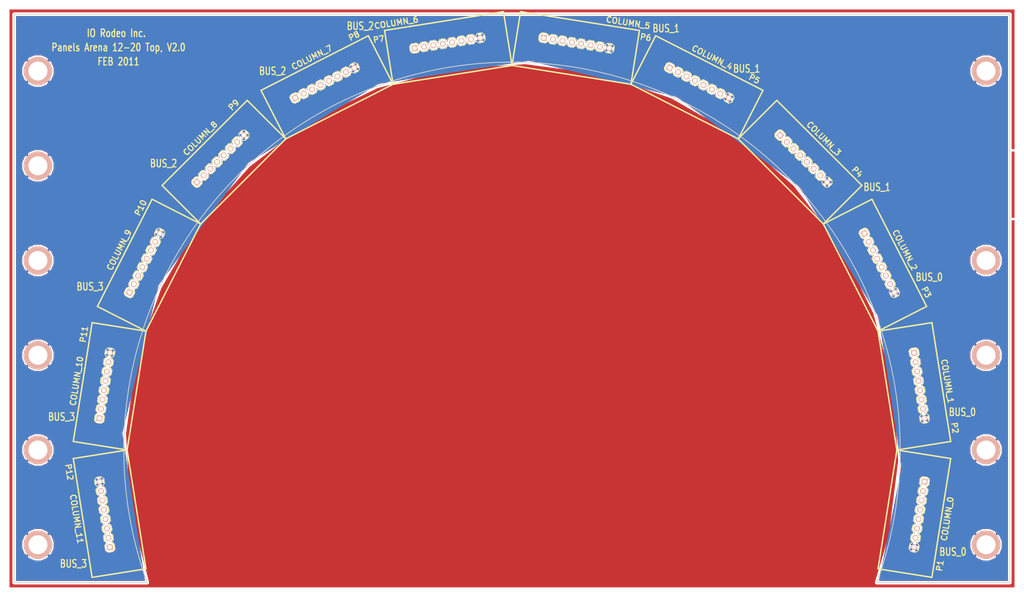
<source format=kicad_pcb>
(kicad_pcb (version 20171130) (host pcbnew 5.1.10)
  (title_block (title "Panels Arena 12-20 Top") (date "9 feb 2011") (rev 2.0))
  (layers (0 Front signal) (31 Back signal) (34 B.Paste user) (35 F.Paste user) (36 B.SilkS user) (37 F.SilkS user) (38 B.Mask user) (39 F.Mask user) (44 Edge.Cuts user))
  (net 0 "")
  (net 1 GND)
  (module MountingHole (layer Front) (at 274.32 35.56)
    (fp_text reference P24 hide)
    (fp_text value CONN_1 hide)
    (pad 1 thru_hole circle (at 0 0) (size 7.62 7.62) (drill 5.08) (layers *.Cu *.SilkS *.Mask) (net 1 GND))
  )
  (module MountingHole (layer Front) (at 274.32 86.36)
    (fp_text reference P25 hide)
    (fp_text value CONN_1 hide)
    (pad 1 thru_hole circle (at 0 0) (size 7.62 7.62) (drill 5.08) (layers *.Cu *.SilkS *.Mask) (net 1 GND))
  )
  (module MountingHole (layer Front) (at 274.32 111.76)
    (fp_text reference P26 hide)
    (fp_text value CONN_1 hide)
    (pad 1 thru_hole circle (at 0 0) (size 7.62 7.62) (drill 5.08) (layers *.Cu *.SilkS *.Mask) (net 1 GND))
  )
  (module MountingHole (layer Front) (at 274.32 137.16)
    (fp_text reference P27 hide)
    (fp_text value CONN_1 hide)
    (pad 1 thru_hole circle (at 0 0) (size 7.62 7.62) (drill 5.08) (layers *.Cu *.SilkS *.Mask) (net 1 GND))
  )
  (module MountingHole (layer Front) (at 274.32 162.56)
    (fp_text reference P28 hide)
    (fp_text value CONN_1 hide)
    (pad 1 thru_hole circle (at 0 0) (size 7.62 7.62) (drill 5.08) (layers *.Cu *.SilkS *.Mask) (net 1 GND))
  )
  (module MountingHole (layer Front) (at 20.32 86.36)
    (fp_text reference P20 hide)
    (fp_text value CONN_1 hide)
    (pad 1 thru_hole circle (at 0 0) (size 7.62 7.62) (drill 5.08) (layers *.Cu *.SilkS *.Mask) (net 1 GND))
  )
  (module MountingHole (layer Front) (at 20.32 35.56)
    (fp_text reference P18 hide)
    (fp_text value CONN_1 hide)
    (pad 1 thru_hole circle (at 0 0) (size 7.62 7.62) (drill 5.08) (layers *.Cu *.SilkS *.Mask) (net 1 GND))
  )
  (module MountingHole (layer Front) (at 20.32 111.76)
    (fp_text reference P21 hide)
    (fp_text value CONN_1 hide)
    (pad 1 thru_hole circle (at 0 0) (size 7.62 7.62) (drill 5.08) (layers *.Cu *.SilkS *.Mask) (net 1 GND))
  )
  (module MountingHole (layer Front) (at 20.32 60.96)
    (fp_text reference P19 hide)
    (fp_text value CONN_1 hide)
    (pad 1 thru_hole circle (at 0 0) (size 7.62 7.62) (drill 5.08) (layers *.Cu *.SilkS *.Mask) (net 1 GND))
  )
  (module MountingHole (layer Front) (at 20.32 137.16)
    (fp_text reference P22 hide)
    (fp_text value CONN_1 hide)
    (pad 1 thru_hole circle (at 0 0) (size 7.62 7.62) (drill 5.08) (layers *.Cu *.SilkS *.Mask) (net 1 GND))
  )
  (module MountingHole (layer Front) (at 20.32 162.56)
    (fp_text reference P23 hide)
    (fp_text value CONN_1 hide)
    (pad 1 thru_hole circle (at 0 0) (size 7.62 7.62) (drill 5.08) (layers *.Cu *.SilkS *.Mask) (net 1 GND))
  )
  (module JFRC_1X08 (layer Front) (at 38.20922 154.44216 99)
    (fp_text reference P12 (at 12.7 -7.62 99) (layer F.SilkS) (effects (font (size 1.524 1.524) (thickness 0.3048))))
    (fp_text value COLUMN_11 (at 0 -7.62 99) (layer F.SilkS) (effects (font (size 1.524 1.524) (thickness 0.3048))))
    (pad 1 thru_hole rect (at -8.89 0 99) (size 1.524 1.524) (drill 1.016) (layers *.Cu *.SilkS *.Mask))
    (pad 2 thru_hole circle (at -6.35 0 99) (size 1.524 1.524) (drill 1.016) (layers *.Cu *.SilkS *.Mask))
    (pad 3 thru_hole circle (at -3.81 0 99) (size 1.524 1.524) (drill 1.016) (layers *.Cu *.SilkS *.Mask))
    (pad 4 thru_hole circle (at -1.27 0 99) (size 1.524 1.524) (drill 1.016) (layers *.Cu *.SilkS *.Mask))
    (pad 5 thru_hole circle (at 1.27 0 99) (size 1.524 1.524) (drill 1.016) (layers *.Cu *.SilkS *.Mask))
    (pad 6 thru_hole circle (at 3.81 0 99) (size 1.524 1.524) (drill 1.016) (layers *.Cu *.SilkS *.Mask))
    (pad 7 thru_hole circle (at 6.35 0 99) (size 1.524 1.524) (drill 1.016) (layers *.Cu *.SilkS *.Mask))
    (pad 8 thru_hole circle (at 8.89 0 99) (size 1.524 1.524) (drill 1.016) (layers *.Cu *.SilkS *.Mask) (net 1 GND))
  )
  (module JFRC_1X08 (layer Front) (at 38.20922 119.87784 81)
    (fp_text reference P11 (at 12.7 -7.62 81) (layer F.SilkS) (effects (font (size 1.524 1.524) (thickness 0.3048))))
    (fp_text value COLUMN_10 (at 0 -7.62 81) (layer F.SilkS) (effects (font (size 1.524 1.524) (thickness 0.3048))))
    (pad 1 thru_hole rect (at -8.89 0 81) (size 1.524 1.524) (drill 1.016) (layers *.Cu *.SilkS *.Mask))
    (pad 2 thru_hole circle (at -6.35 0 81) (size 1.524 1.524) (drill 1.016) (layers *.Cu *.SilkS *.Mask))
    (pad 3 thru_hole circle (at -3.81 0 81) (size 1.524 1.524) (drill 1.016) (layers *.Cu *.SilkS *.Mask))
    (pad 4 thru_hole circle (at -1.27 0 81) (size 1.524 1.524) (drill 1.016) (layers *.Cu *.SilkS *.Mask))
    (pad 5 thru_hole circle (at 1.27 0 81) (size 1.524 1.524) (drill 1.016) (layers *.Cu *.SilkS *.Mask))
    (pad 6 thru_hole circle (at 3.81 0 81) (size 1.524 1.524) (drill 1.016) (layers *.Cu *.SilkS *.Mask))
    (pad 7 thru_hole circle (at 6.35 0 81) (size 1.524 1.524) (drill 1.016) (layers *.Cu *.SilkS *.Mask))
    (pad 8 thru_hole circle (at 8.89 0 81) (size 1.524 1.524) (drill 1.016) (layers *.Cu *.SilkS *.Mask) (net 1 GND))
  )
  (module JFRC_1X08 (layer Front) (at 48.88992 87.0077 63)
    (fp_text reference P10 (at 12.7 -7.62 63) (layer F.SilkS) (effects (font (size 1.524 1.524) (thickness 0.3048))))
    (fp_text value COLUMN_9 (at 0 -7.62 63) (layer F.SilkS) (effects (font (size 1.524 1.524) (thickness 0.3048))))
    (pad 1 thru_hole rect (at -8.89 0 63) (size 1.524 1.524) (drill 1.016) (layers *.Cu *.SilkS *.Mask))
    (pad 2 thru_hole circle (at -6.35 0 63) (size 1.524 1.524) (drill 1.016) (layers *.Cu *.SilkS *.Mask))
    (pad 3 thru_hole circle (at -3.81 0 63) (size 1.524 1.524) (drill 1.016) (layers *.Cu *.SilkS *.Mask))
    (pad 4 thru_hole circle (at -1.27 0 63) (size 1.524 1.524) (drill 1.016) (layers *.Cu *.SilkS *.Mask))
    (pad 5 thru_hole circle (at 1.27 0 63) (size 1.524 1.524) (drill 1.016) (layers *.Cu *.SilkS *.Mask))
    (pad 6 thru_hole circle (at 3.81 0 63) (size 1.524 1.524) (drill 1.016) (layers *.Cu *.SilkS *.Mask))
    (pad 7 thru_hole circle (at 6.35 0 63) (size 1.524 1.524) (drill 1.016) (layers *.Cu *.SilkS *.Mask))
    (pad 8 thru_hole circle (at 8.89 0 63) (size 1.524 1.524) (drill 1.016) (layers *.Cu *.SilkS *.Mask) (net 1 GND))
  )
  (module JFRC_1X08 (layer Front) (at 69.20484 59.04484 45)
    (fp_text reference P9 (at 12.7 -7.62 45) (layer F.SilkS) (effects (font (size 1.524 1.524) (thickness 0.3048))))
    (fp_text value COLUMN_8 (at 0 -7.62 45) (layer F.SilkS) (effects (font (size 1.524 1.524) (thickness 0.3048))))
    (pad 1 thru_hole rect (at -8.89 0 45) (size 1.524 1.524) (drill 1.016) (layers *.Cu *.SilkS *.Mask))
    (pad 2 thru_hole circle (at -6.35 0 45) (size 1.524 1.524) (drill 1.016) (layers *.Cu *.SilkS *.Mask))
    (pad 3 thru_hole circle (at -3.81 0 45) (size 1.524 1.524) (drill 1.016) (layers *.Cu *.SilkS *.Mask))
    (pad 4 thru_hole circle (at -1.27 0 45) (size 1.524 1.524) (drill 1.016) (layers *.Cu *.SilkS *.Mask))
    (pad 5 thru_hole circle (at 1.27 0 45) (size 1.524 1.524) (drill 1.016) (layers *.Cu *.SilkS *.Mask))
    (pad 6 thru_hole circle (at 3.81 0 45) (size 1.524 1.524) (drill 1.016) (layers *.Cu *.SilkS *.Mask))
    (pad 7 thru_hole circle (at 6.35 0 45) (size 1.524 1.524) (drill 1.016) (layers *.Cu *.SilkS *.Mask))
    (pad 8 thru_hole circle (at 8.89 0 45) (size 1.524 1.524) (drill 1.016) (layers *.Cu *.SilkS *.Mask) (net 1 GND))
  )
  (module JFRC_1X08 (layer Front) (at 97.1677 38.72992 27)
    (fp_text reference P8 (at 12.7 -7.62 27) (layer F.SilkS) (effects (font (size 1.524 1.524) (thickness 0.3048))))
    (fp_text value COLUMN_7 (at 0 -7.62 27) (layer F.SilkS) (effects (font (size 1.524 1.524) (thickness 0.3048))))
    (pad 1 thru_hole rect (at -8.89 0 27) (size 1.524 1.524) (drill 1.016) (layers *.Cu *.SilkS *.Mask))
    (pad 2 thru_hole circle (at -6.35 0 27) (size 1.524 1.524) (drill 1.016) (layers *.Cu *.SilkS *.Mask))
    (pad 3 thru_hole circle (at -3.81 0 27) (size 1.524 1.524) (drill 1.016) (layers *.Cu *.SilkS *.Mask))
    (pad 4 thru_hole circle (at -1.27 0 27) (size 1.524 1.524) (drill 1.016) (layers *.Cu *.SilkS *.Mask))
    (pad 5 thru_hole circle (at 1.27 0 27) (size 1.524 1.524) (drill 1.016) (layers *.Cu *.SilkS *.Mask))
    (pad 6 thru_hole circle (at 3.81 0 27) (size 1.524 1.524) (drill 1.016) (layers *.Cu *.SilkS *.Mask))
    (pad 7 thru_hole circle (at 6.35 0 27) (size 1.524 1.524) (drill 1.016) (layers *.Cu *.SilkS *.Mask))
    (pad 8 thru_hole circle (at 8.89 0 27) (size 1.524 1.524) (drill 1.016) (layers *.Cu *.SilkS *.Mask) (net 1 GND))
  )
  (module JFRC_1X08 (layer Front) (at 130.03784 28.04922 9)
    (fp_text reference P7 (at -18.0213 -3.86588 9) (layer F.SilkS) (effects (font (size 1.524 1.524) (thickness 0.3048))))
    (fp_text value COLUMN_6 (at -12.68476 -7.52094 9) (layer F.SilkS) (effects (font (size 1.524 1.524) (thickness 0.3048))))
    (pad 1 thru_hole rect (at -8.89 0 9) (size 1.524 1.524) (drill 1.016) (layers *.Cu *.SilkS *.Mask))
    (pad 2 thru_hole circle (at -6.35 0 9) (size 1.524 1.524) (drill 1.016) (layers *.Cu *.SilkS *.Mask))
    (pad 3 thru_hole circle (at -3.81 0 9) (size 1.524 1.524) (drill 1.016) (layers *.Cu *.SilkS *.Mask))
    (pad 4 thru_hole circle (at -1.27 0 9) (size 1.524 1.524) (drill 1.016) (layers *.Cu *.SilkS *.Mask))
    (pad 5 thru_hole circle (at 1.27 0 9) (size 1.524 1.524) (drill 1.016) (layers *.Cu *.SilkS *.Mask))
    (pad 6 thru_hole circle (at 3.81 0 9) (size 1.524 1.524) (drill 1.016) (layers *.Cu *.SilkS *.Mask))
    (pad 7 thru_hole circle (at 6.35 0 9) (size 1.524 1.524) (drill 1.016) (layers *.Cu *.SilkS *.Mask))
    (pad 8 thru_hole circle (at 8.89 0 9) (size 1.524 1.524) (drill 1.016) (layers *.Cu *.SilkS *.Mask) (net 1 GND))
  )
  (module JFRC_1X08 (layer Front) (at 164.60216 28.04922 351)
    (fp_text reference P6 (at 18.06702 -4.38658 351) (layer F.SilkS) (effects (font (size 1.524 1.524) (thickness 0.3048))))
    (fp_text value COLUMN_5 (at 12.81176 -7.54126 351) (layer F.SilkS) (effects (font (size 1.524 1.524) (thickness 0.3048))))
    (pad 1 thru_hole rect (at -8.89 0 351) (size 1.524 1.524) (drill 1.016) (layers *.Cu *.SilkS *.Mask))
    (pad 2 thru_hole circle (at -6.35 0 351) (size 1.524 1.524) (drill 1.016) (layers *.Cu *.SilkS *.Mask))
    (pad 3 thru_hole circle (at -3.81 0 351) (size 1.524 1.524) (drill 1.016) (layers *.Cu *.SilkS *.Mask))
    (pad 4 thru_hole circle (at -1.27 0 351) (size 1.524 1.524) (drill 1.016) (layers *.Cu *.SilkS *.Mask))
    (pad 5 thru_hole circle (at 1.27 0 351) (size 1.524 1.524) (drill 1.016) (layers *.Cu *.SilkS *.Mask))
    (pad 6 thru_hole circle (at 3.81 0 351) (size 1.524 1.524) (drill 1.016) (layers *.Cu *.SilkS *.Mask))
    (pad 7 thru_hole circle (at 6.35 0 351) (size 1.524 1.524) (drill 1.016) (layers *.Cu *.SilkS *.Mask))
    (pad 8 thru_hole circle (at 8.89 0 351) (size 1.524 1.524) (drill 1.016) (layers *.Cu *.SilkS *.Mask) (net 1 GND))
  )
  (module JFRC_1X08 (layer Front) (at 197.4723 38.72992 333)
    (fp_text reference P5 (at 12.7 -7.62 333) (layer F.SilkS) (effects (font (size 1.524 1.524) (thickness 0.3048))))
    (fp_text value COLUMN_4 (at 0 -7.62 333) (layer F.SilkS) (effects (font (size 1.524 1.524) (thickness 0.3048))))
    (pad 1 thru_hole rect (at -8.89 0 333) (size 1.524 1.524) (drill 1.016) (layers *.Cu *.SilkS *.Mask))
    (pad 2 thru_hole circle (at -6.35 0 333) (size 1.524 1.524) (drill 1.016) (layers *.Cu *.SilkS *.Mask))
    (pad 3 thru_hole circle (at -3.81 0 333) (size 1.524 1.524) (drill 1.016) (layers *.Cu *.SilkS *.Mask))
    (pad 4 thru_hole circle (at -1.27 0 333) (size 1.524 1.524) (drill 1.016) (layers *.Cu *.SilkS *.Mask))
    (pad 5 thru_hole circle (at 1.27 0 333) (size 1.524 1.524) (drill 1.016) (layers *.Cu *.SilkS *.Mask))
    (pad 6 thru_hole circle (at 3.81 0 333) (size 1.524 1.524) (drill 1.016) (layers *.Cu *.SilkS *.Mask))
    (pad 7 thru_hole circle (at 6.35 0 333) (size 1.524 1.524) (drill 1.016) (layers *.Cu *.SilkS *.Mask))
    (pad 8 thru_hole circle (at 8.89 0 333) (size 1.524 1.524) (drill 1.016) (layers *.Cu *.SilkS *.Mask) (net 1 GND))
  )
  (module JFRC_1X08 (layer Front) (at 225.43516 59.04484 315)
    (fp_text reference P4 (at 12.7 -7.62 315) (layer F.SilkS) (effects (font (size 1.524 1.524) (thickness 0.3048))))
    (fp_text value COLUMN_3 (at 0 -7.62 315) (layer F.SilkS) (effects (font (size 1.524 1.524) (thickness 0.3048))))
    (pad 1 thru_hole rect (at -8.89 0 315) (size 1.524 1.524) (drill 1.016) (layers *.Cu *.SilkS *.Mask))
    (pad 2 thru_hole circle (at -6.35 0 315) (size 1.524 1.524) (drill 1.016) (layers *.Cu *.SilkS *.Mask))
    (pad 3 thru_hole circle (at -3.81 0 315) (size 1.524 1.524) (drill 1.016) (layers *.Cu *.SilkS *.Mask))
    (pad 4 thru_hole circle (at -1.27 0 315) (size 1.524 1.524) (drill 1.016) (layers *.Cu *.SilkS *.Mask))
    (pad 5 thru_hole circle (at 1.27 0 315) (size 1.524 1.524) (drill 1.016) (layers *.Cu *.SilkS *.Mask))
    (pad 6 thru_hole circle (at 3.81 0 315) (size 1.524 1.524) (drill 1.016) (layers *.Cu *.SilkS *.Mask))
    (pad 7 thru_hole circle (at 6.35 0 315) (size 1.524 1.524) (drill 1.016) (layers *.Cu *.SilkS *.Mask))
    (pad 8 thru_hole circle (at 8.89 0 315) (size 1.524 1.524) (drill 1.016) (layers *.Cu *.SilkS *.Mask) (net 1 GND))
  )
  (module JFRC_1X08 (layer Front) (at 245.75008 87.0077 297)
    (fp_text reference P3 (at 12.7 -7.62 297) (layer F.SilkS) (effects (font (size 1.524 1.524) (thickness 0.3048))))
    (fp_text value COLUMN_2 (at 0 -7.62 297) (layer F.SilkS) (effects (font (size 1.524 1.524) (thickness 0.3048))))
    (pad 1 thru_hole rect (at -8.89 0 297) (size 1.524 1.524) (drill 1.016) (layers *.Cu *.SilkS *.Mask))
    (pad 2 thru_hole circle (at -6.35 0 297) (size 1.524 1.524) (drill 1.016) (layers *.Cu *.SilkS *.Mask))
    (pad 3 thru_hole circle (at -3.81 0 297) (size 1.524 1.524) (drill 1.016) (layers *.Cu *.SilkS *.Mask))
    (pad 4 thru_hole circle (at -1.27 0 297) (size 1.524 1.524) (drill 1.016) (layers *.Cu *.SilkS *.Mask))
    (pad 5 thru_hole circle (at 1.27 0 297) (size 1.524 1.524) (drill 1.016) (layers *.Cu *.SilkS *.Mask))
    (pad 6 thru_hole circle (at 3.81 0 297) (size 1.524 1.524) (drill 1.016) (layers *.Cu *.SilkS *.Mask))
    (pad 7 thru_hole circle (at 6.35 0 297) (size 1.524 1.524) (drill 1.016) (layers *.Cu *.SilkS *.Mask))
    (pad 8 thru_hole circle (at 8.89 0 297) (size 1.524 1.524) (drill 1.016) (layers *.Cu *.SilkS *.Mask) (net 1 GND))
  )
  (module JFRC_1X08 (layer Front) (at 256.43078 119.87784 279)
    (fp_text reference P2 (at 12.7 -7.62 279) (layer F.SilkS) (effects (font (size 1.524 1.524) (thickness 0.3048))))
    (fp_text value COLUMN_1 (at 0 -7.62 279) (layer F.SilkS) (effects (font (size 1.524 1.524) (thickness 0.3048))))
    (pad 1 thru_hole rect (at -8.89 0 279) (size 1.524 1.524) (drill 1.016) (layers *.Cu *.SilkS *.Mask))
    (pad 2 thru_hole circle (at -6.35 0 279) (size 1.524 1.524) (drill 1.016) (layers *.Cu *.SilkS *.Mask))
    (pad 3 thru_hole circle (at -3.81 0 279) (size 1.524 1.524) (drill 1.016) (layers *.Cu *.SilkS *.Mask))
    (pad 4 thru_hole circle (at -1.27 0 279) (size 1.524 1.524) (drill 1.016) (layers *.Cu *.SilkS *.Mask))
    (pad 5 thru_hole circle (at 1.27 0 279) (size 1.524 1.524) (drill 1.016) (layers *.Cu *.SilkS *.Mask))
    (pad 6 thru_hole circle (at 3.81 0 279) (size 1.524 1.524) (drill 1.016) (layers *.Cu *.SilkS *.Mask))
    (pad 7 thru_hole circle (at 6.35 0 279) (size 1.524 1.524) (drill 1.016) (layers *.Cu *.SilkS *.Mask))
    (pad 8 thru_hole circle (at 8.89 0 279) (size 1.524 1.524) (drill 1.016) (layers *.Cu *.SilkS *.Mask) (net 1 GND))
  )
  (module JFRC_1X08 (layer Front) (at 256.43078 154.44216 261)
    (fp_text reference P1 (at 12.7 -7.62 261) (layer F.SilkS) (effects (font (size 1.524 1.524) (thickness 0.3048))))
    (fp_text value COLUMN_0 (at 0 -7.62 261) (layer F.SilkS) (effects (font (size 1.524 1.524) (thickness 0.3048))))
    (pad 1 thru_hole rect (at -8.89 0 261) (size 1.524 1.524) (drill 1.016) (layers *.Cu *.SilkS *.Mask))
    (pad 2 thru_hole circle (at -6.35 0 261) (size 1.524 1.524) (drill 1.016) (layers *.Cu *.SilkS *.Mask))
    (pad 3 thru_hole circle (at -3.81 0 261) (size 1.524 1.524) (drill 1.016) (layers *.Cu *.SilkS *.Mask))
    (pad 4 thru_hole circle (at -1.27 0 261) (size 1.524 1.524) (drill 1.016) (layers *.Cu *.SilkS *.Mask))
    (pad 5 thru_hole circle (at 1.27 0 261) (size 1.524 1.524) (drill 1.016) (layers *.Cu *.SilkS *.Mask))
    (pad 6 thru_hole circle (at 3.81 0 261) (size 1.524 1.524) (drill 1.016) (layers *.Cu *.SilkS *.Mask))
    (pad 7 thru_hole circle (at 6.35 0 261) (size 1.524 1.524) (drill 1.016) (layers *.Cu *.SilkS *.Mask))
    (pad 8 thru_hole circle (at 8.89 0 261) (size 1.524 1.524) (drill 1.016) (layers *.Cu *.SilkS *.Mask) (net 1 GND))
  )
  (gr_text "FEB 2011" (at 41.91 33.02) (layer F.SilkS) (effects (font (size 2.032 1.524) (thickness 0.3048))))
  (gr_text BUS_3 (at 29.845 167.64) (layer F.SilkS) (effects (font (size 2.032 1.524) (thickness 0.3048))))
  (gr_text BUS_3 (at 34.29 93.345) (layer F.SilkS) (effects (font (size 2.032 1.524) (thickness 0.3048))))
  (gr_text BUS_2 (at 53.975 60.325) (layer F.SilkS) (effects (font (size 2.032 1.524) (thickness 0.3048))))
  (gr_text BUS_2 (at 106.68 23.495) (layer F.SilkS) (effects (font (size 2.032 1.524) (thickness 0.3048))))
  (gr_text BUS_1 (at 188.595 24.13) (layer F.SilkS) (effects (font (size 2.032 1.524) (thickness 0.3048))))
  (gr_text BUS_1 (at 245.11 66.675) (layer F.SilkS) (effects (font (size 2.032 1.524) (thickness 0.3048))))
  (gr_text BUS_0 (at 259.08 90.805) (layer F.SilkS) (effects (font (size 2.032 1.524) (thickness 0.3048))))
  (gr_text BUS_0 (at 265.43 164.465) (layer F.SilkS) (effects (font (size 2.032 1.524) (thickness 0.3048))))
  (gr_line (start 280.67 172.72) (end 245.04396 172.72) (angle 90) (layer Edge.Cuts) (width 0.2286))
  (gr_line (start 13.97 172.72) (end 49.59604 172.72) (angle 90) (layer Edge.Cuts) (width 0.2286))
  (gr_arc (start 147.32 137.16) (end 49.59604 172.72) (angle 220) (layer Edge.Cuts) (width 0.2286))
  (gr_line (start 280.67 20.32) (end 280.67 172.72) (angle 90) (layer Edge.Cuts) (width 0.2286))
  (gr_line (start 13.97 20.32) (end 280.67 20.32) (angle 90) (layer Edge.Cuts) (width 0.2286))
  (gr_line (start 13.97 172.72) (end 13.97 20.32) (angle 90) (layer Edge.Cuts) (width 0.2286))
  (gr_text "IO Rodeo Inc. " (at 41.91 25.4) (layer F.SilkS) (effects (font (size 2.032 1.524) (thickness 0.3048))))
  (gr_text "Panels Arena 12-20 Top, V2.0" (at 41.91 29.21) (layer F.SilkS) (effects (font (size 2.032 1.524) (thickness 0.3048))))
  (gr_text BUS_0 (at 267.97 127) (layer F.SilkS) (effects (font (size 2.032 1.524) (thickness 0.3048))))
  (gr_text BUS_1 (at 210.185 34.925) (layer F.SilkS) (effects (font (size 2.032 1.524) (thickness 0.3048))))
  (gr_text BUS_2 (at 83.185 35.56) (layer F.SilkS) (effects (font (size 2.032 1.524) (thickness 0.3048))))
  (gr_text BUS_3 (at 26.67 128.27) (layer F.SilkS) (effects (font (size 2.032 1.524) (thickness 0.3048))))
  (zone (net 0) (net_name "") (layer Front) (connect_pads (clearance 0.508)) (min_thickness 0.254) (fill (mode segment) (arc_segments 32) (thermal_gap 0.508) (thermal_bridge_width 0.508))
    (polygon (pts (xy 281.94 74.93) (xy 281.94 57.15) (xy 262.89 57.15) (xy 262.89 74.93)))
  )
  (zone (net 0) (net_name "") (layer Front) (connect_pads (clearance 0.508)) (min_thickness 0.254) (fill (mode segment) (arc_segments 32) (thermal_gap 0.508) (thermal_bridge_width 0.508))
    (polygon (pts (xy 281.94 173.99) (xy 281.94 75.565) (xy 262.255 75.565) (xy 262.255 56.515) (xy 281.94 56.515) (xy 281.94 19.05) (xy 12.7 19.05) (xy 12.7 173.99)))
  )
  (zone (net 1) (net_name GND) (layer Front) (connect_pads (clearance 0.508)) (min_thickness 0.254) (fill (mode segment) (arc_segments 32) (thermal_gap 0.508) (thermal_bridge_width 0.508))
    (polygon (pts (xy 281.305 173.355) (xy 281.305 19.685) (xy 13.335 19.685) (xy 13.335 173.355)))
  )
  (zone (net 1) (net_name GND) (layer Back) (connect_pads (clearance 0.508)) (min_thickness 0.254) (fill (mode segment) (arc_segments 16) (thermal_gap 0.508) (thermal_bridge_width 0.508))
    (polygon (pts (xy 283.21 175.26) (xy 283.21 17.78) (xy 11.43 17.78) (xy 11.43 175.26)))
  )
  (zone (net 1) (net_name GND) (layer Front) (connect_pads (clearance 0.508)) (min_thickness 0.254) (fill (mode segment) (arc_segments 16) (thermal_gap 0.508) (thermal_bridge_width 0.508))
    (polygon (pts (xy 284.48 176.53) (xy 284.48 16.51) (xy 10.16 16.51) (xy 10.16 176.53)))
  )
)
</source>
